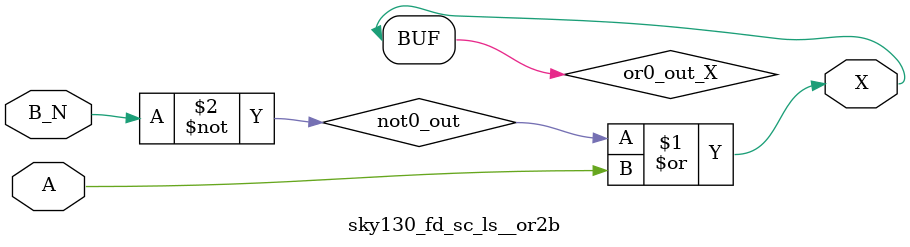
<source format=v>
/*
 * Copyright 2020 The SkyWater PDK Authors
 *
 * Licensed under the Apache License, Version 2.0 (the "License");
 * you may not use this file except in compliance with the License.
 * You may obtain a copy of the License at
 *
 *     https://www.apache.org/licenses/LICENSE-2.0
 *
 * Unless required by applicable law or agreed to in writing, software
 * distributed under the License is distributed on an "AS IS" BASIS,
 * WITHOUT WARRANTIES OR CONDITIONS OF ANY KIND, either express or implied.
 * See the License for the specific language governing permissions and
 * limitations under the License.
 *
 * SPDX-License-Identifier: Apache-2.0
*/


`ifndef SKY130_FD_SC_LS__OR2B_FUNCTIONAL_V
`define SKY130_FD_SC_LS__OR2B_FUNCTIONAL_V

/**
 * or2b: 2-input OR, first input inverted.
 *
 * Verilog simulation functional model.
 */

`timescale 1ns / 1ps
`default_nettype none

`celldefine
module sky130_fd_sc_ls__or2b (
    X  ,
    A  ,
    B_N
);

    // Module ports
    output X  ;
    input  A  ;
    input  B_N;

    // Local signals
    wire not0_out ;
    wire or0_out_X;

    //  Name  Output     Other arguments
    not not0 (not0_out , B_N            );
    or  or0  (or0_out_X, not0_out, A    );
    buf buf0 (X        , or0_out_X      );

endmodule
`endcelldefine

`default_nettype wire
`endif  // SKY130_FD_SC_LS__OR2B_FUNCTIONAL_V

</source>
